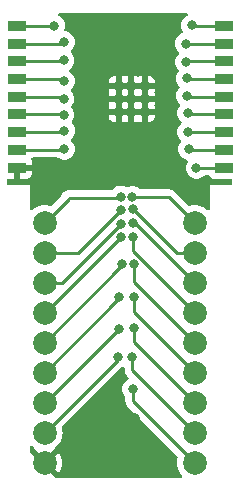
<source format=gtl>
%TF.GenerationSoftware,KiCad,Pcbnew,7.0.6*%
%TF.CreationDate,2023-07-20T15:13:03+09:00*%
%TF.ProjectId,esp32c3_test,65737033-3263-4335-9f74-6573742e6b69,rev?*%
%TF.SameCoordinates,PX7f2c270PY70a3730*%
%TF.FileFunction,Copper,L1,Top*%
%TF.FilePolarity,Positive*%
%FSLAX46Y46*%
G04 Gerber Fmt 4.6, Leading zero omitted, Abs format (unit mm)*
G04 Created by KiCad (PCBNEW 7.0.6) date 2023-07-20 15:13:03*
%MOMM*%
%LPD*%
G01*
G04 APERTURE LIST*
%TA.AperFunction,ComponentPad*%
%ADD10C,2.000000*%
%TD*%
%TA.AperFunction,SMDPad,CuDef*%
%ADD11R,0.700000X0.700000*%
%TD*%
%TA.AperFunction,SMDPad,CuDef*%
%ADD12R,1.500000X0.900000*%
%TD*%
%TA.AperFunction,ViaPad*%
%ADD13C,0.800000*%
%TD*%
%TA.AperFunction,Conductor*%
%ADD14C,0.250000*%
%TD*%
G04 APERTURE END LIST*
D10*
%TO.P,J2,1,Pin_1*%
%TO.N,+3.3V*%
X5080000Y22860000D03*
%TO.P,J2,2,Pin_2*%
%TO.N,Net-(J2-Pin_2)*%
X5080000Y20320000D03*
%TO.P,J2,3,Pin_3*%
%TO.N,Net-(J2-Pin_3)*%
X5080000Y17780000D03*
%TO.P,J2,4,Pin_4*%
%TO.N,Net-(J2-Pin_4)*%
X5080000Y15240000D03*
%TO.P,J2,5,Pin_5*%
%TO.N,Net-(J2-Pin_5)*%
X5080000Y12700000D03*
%TO.P,J2,6,Pin_6*%
%TO.N,Net-(J2-Pin_6)*%
X5080000Y10160000D03*
%TO.P,J2,7,Pin_7*%
%TO.N,Net-(J2-Pin_7)*%
X5080000Y7620000D03*
%TO.P,J2,8,Pin_8*%
%TO.N,Net-(J2-Pin_8)*%
X5080000Y5080000D03*
%TO.P,J2,9,Pin_9*%
%TO.N,GND*%
X5080000Y2540000D03*
%TD*%
%TO.P,J1,1,Pin_1*%
%TO.N,Net-(J1-Pin_1)*%
X17780000Y22860000D03*
%TO.P,J1,2,Pin_2*%
%TO.N,Net-(J1-Pin_2)*%
X17780000Y20320000D03*
%TO.P,J1,3,Pin_3*%
%TO.N,Net-(J1-Pin_3)*%
X17780000Y17780000D03*
%TO.P,J1,4,Pin_4*%
%TO.N,Net-(J1-Pin_4)*%
X17780000Y15240000D03*
%TO.P,J1,5,Pin_5*%
%TO.N,Net-(J1-Pin_5)*%
X17780000Y12700000D03*
%TO.P,J1,6,Pin_6*%
%TO.N,Net-(J1-Pin_6)*%
X17780000Y10160000D03*
%TO.P,J1,7,Pin_7*%
%TO.N,Net-(J1-Pin_7)*%
X17780000Y7620000D03*
%TO.P,J1,8,Pin_8*%
%TO.N,Net-(J1-Pin_8)*%
X17780000Y5080000D03*
%TO.P,J1,9,Pin_9*%
%TO.N,Net-(J1-Pin_9)*%
X17780000Y2540000D03*
%TD*%
D11*
%TO.P,U1,19,GND*%
%TO.N,GND*%
X13555000Y32235000D03*
X13555000Y33335000D03*
X13555000Y34435000D03*
X12405000Y32235000D03*
X12405000Y33335000D03*
X12405000Y34435000D03*
X11355000Y32235000D03*
X11355000Y33335000D03*
X11355000Y34435000D03*
D12*
%TO.P,U1,18,GPIO0/ADC1_CH0/XTAL_32K_P*%
%TO.N,Net-(J1-Pin_1)*%
X20245000Y39535000D03*
%TO.P,U1,17,GPIO1/ADC1_CH1/XTAL_32K_N*%
%TO.N,Net-(J1-Pin_2)*%
X20245000Y38035000D03*
%TO.P,U1,16,GPIO2/ADC1_CH2*%
%TO.N,Net-(J1-Pin_3)*%
X20245000Y36535000D03*
%TO.P,U1,15,GPIO3/ADC1_CH3*%
%TO.N,Net-(J1-Pin_4)*%
X20245000Y35035000D03*
%TO.P,U1,14,GPIO19/USB_D+*%
%TO.N,Net-(J1-Pin_5)*%
X20245000Y33535000D03*
%TO.P,U1,13,GPIO18/USB_D-*%
%TO.N,Net-(J1-Pin_6)*%
X20245000Y32035000D03*
%TO.P,U1,12,GPIO21/U0TXD*%
%TO.N,Net-(J1-Pin_7)*%
X20245000Y30535000D03*
%TO.P,U1,11,GPIO20/U0RXD*%
%TO.N,Net-(J1-Pin_8)*%
X20245000Y29035000D03*
%TO.P,U1,10,GPIO10*%
%TO.N,Net-(J1-Pin_9)*%
X20245000Y27535000D03*
%TO.P,U1,9,GND*%
%TO.N,GND*%
X2745000Y27535000D03*
%TO.P,U1,8,GPIO9*%
%TO.N,Net-(J2-Pin_8)*%
X2745000Y29035000D03*
%TO.P,U1,7,GPIO8*%
%TO.N,Net-(J2-Pin_7)*%
X2745000Y30535000D03*
%TO.P,U1,6,GPIO7*%
%TO.N,Net-(J2-Pin_6)*%
X2745000Y32035000D03*
%TO.P,U1,5,GPIO6*%
%TO.N,Net-(J2-Pin_5)*%
X2745000Y33535000D03*
%TO.P,U1,4,GPIO5/ADC2_CH0*%
%TO.N,Net-(J2-Pin_4)*%
X2745000Y35035000D03*
%TO.P,U1,3,GPIO4/ADC1_CH4*%
%TO.N,Net-(J2-Pin_3)*%
X2745000Y36535000D03*
%TO.P,U1,2,EN/CHIP_PU*%
%TO.N,Net-(J2-Pin_2)*%
X2745000Y38035000D03*
%TO.P,U1,1,3V3*%
%TO.N,+3.3V*%
X2745000Y39535000D03*
%TD*%
D13*
%TO.N,GND*%
X10795000Y4445000D03*
X10795000Y5715000D03*
X12065000Y5715000D03*
X12065000Y4445000D03*
X12700000Y3810000D03*
X11430000Y3810000D03*
X10160000Y3810000D03*
X10160000Y5080000D03*
X11430000Y5080000D03*
X12700000Y5080000D03*
X12700000Y6350000D03*
X11430000Y6350000D03*
X10160000Y6350000D03*
X5715000Y26670000D03*
X6350000Y27305000D03*
X6350000Y26035000D03*
X5080000Y26035000D03*
X5080000Y27305000D03*
%TO.N,Net-(J2-Pin_8)*%
X11280000Y11485000D03*
X6730000Y29110000D03*
%TO.N,Net-(J2-Pin_7)*%
X11380000Y13910000D03*
X6730000Y30660000D03*
%TO.N,Net-(J2-Pin_6)*%
X11405000Y16610000D03*
X6680000Y32010000D03*
%TO.N,Net-(J2-Pin_5)*%
X11634366Y19410998D03*
X6680000Y33360000D03*
%TO.N,Net-(J2-Pin_4)*%
X11555000Y21660000D03*
X6730000Y34860000D03*
%TO.N,Net-(J2-Pin_3)*%
X11505000Y22760000D03*
X6680000Y36610000D03*
%TO.N,Net-(J2-Pin_2)*%
X6730000Y38160000D03*
X11505000Y23960000D03*
%TO.N,+3.3V*%
X11505000Y25085000D03*
X5905000Y39560000D03*
%TO.N,Net-(J1-Pin_9)*%
X12555000Y8785000D03*
X17930000Y27510000D03*
%TO.N,Net-(J1-Pin_8)*%
X12480000Y11535000D03*
X17280000Y29110000D03*
%TO.N,Net-(J1-Pin_7)*%
X12630000Y13935000D03*
X17205000Y30560000D03*
%TO.N,Net-(J1-Pin_6)*%
X12630000Y16560000D03*
X17205000Y32160000D03*
%TO.N,Net-(J1-Pin_5)*%
X12632701Y19362701D03*
X17130000Y33610000D03*
%TO.N,Net-(J1-Pin_4)*%
X12580000Y21635000D03*
X17105000Y35085000D03*
%TO.N,Net-(J1-Pin_3)*%
X12555000Y22860000D03*
X17030000Y36485000D03*
%TO.N,Net-(J1-Pin_2)*%
X12556189Y24061809D03*
X17017299Y38022701D03*
%TO.N,Net-(J1-Pin_1)*%
X17555000Y39585000D03*
X12505000Y25060000D03*
%TD*%
D14*
%TO.N,+3.3V*%
X11505000Y25085000D02*
X11405000Y24985000D01*
X11405000Y24985000D02*
X7105000Y24985000D01*
X7105000Y24985000D02*
X7105000Y24885000D01*
X7105000Y24885000D02*
X5080000Y22860000D01*
%TO.N,Net-(J2-Pin_8)*%
X11280000Y11280000D02*
X5080000Y5080000D01*
X11280000Y11485000D02*
X11280000Y11280000D01*
X6655000Y29035000D02*
X6730000Y29110000D01*
X2745000Y29035000D02*
X6655000Y29035000D01*
%TO.N,Net-(J2-Pin_7)*%
X11370000Y13910000D02*
X5080000Y7620000D01*
X11380000Y13910000D02*
X11370000Y13910000D01*
X6605000Y30535000D02*
X6730000Y30660000D01*
X2745000Y30535000D02*
X6605000Y30535000D01*
%TO.N,Net-(J2-Pin_6)*%
X11405000Y16485000D02*
X5080000Y10160000D01*
X11405000Y16610000D02*
X11405000Y16485000D01*
X6655000Y32035000D02*
X6680000Y32010000D01*
X2745000Y32035000D02*
X6655000Y32035000D01*
%TO.N,Net-(J2-Pin_5)*%
X11634366Y19254366D02*
X5080000Y12700000D01*
X11634366Y19410998D02*
X11634366Y19254366D01*
X6505000Y33535000D02*
X6680000Y33360000D01*
X2745000Y33535000D02*
X6505000Y33535000D01*
%TO.N,Net-(J2-Pin_4)*%
X11500000Y21660000D02*
X5080000Y15240000D01*
X11555000Y21660000D02*
X11500000Y21660000D01*
X6555000Y35035000D02*
X6730000Y34860000D01*
X2745000Y35035000D02*
X6555000Y35035000D01*
%TO.N,Net-(J2-Pin_3)*%
X6525000Y17780000D02*
X5080000Y17780000D01*
X11505000Y22760000D02*
X6525000Y17780000D01*
X6605000Y36535000D02*
X6680000Y36610000D01*
X2745000Y36535000D02*
X6605000Y36535000D01*
%TO.N,Net-(J2-Pin_2)*%
X7865000Y20320000D02*
X5080000Y20320000D01*
X11505000Y23960000D02*
X7865000Y20320000D01*
X6605000Y38035000D02*
X6730000Y38160000D01*
X2745000Y38035000D02*
X6605000Y38035000D01*
%TO.N,+3.3V*%
X5880000Y39535000D02*
X5905000Y39560000D01*
X2745000Y39535000D02*
X5880000Y39535000D01*
%TO.N,Net-(J1-Pin_9)*%
X12555000Y7765000D02*
X17780000Y2540000D01*
X12555000Y8785000D02*
X12555000Y7765000D01*
X17955000Y27535000D02*
X17930000Y27510000D01*
X20245000Y27535000D02*
X17955000Y27535000D01*
%TO.N,Net-(J1-Pin_8)*%
X12480000Y10380000D02*
X17780000Y5080000D01*
X12480000Y11535000D02*
X12480000Y10380000D01*
X17355000Y29035000D02*
X17280000Y29110000D01*
X20245000Y29035000D02*
X17355000Y29035000D01*
%TO.N,Net-(J1-Pin_7)*%
X12630000Y12770000D02*
X17780000Y7620000D01*
X17230000Y30535000D02*
X17205000Y30560000D01*
X20245000Y30535000D02*
X17230000Y30535000D01*
X12630000Y13935000D02*
X12630000Y12770000D01*
%TO.N,Net-(J1-Pin_6)*%
X12630000Y15310000D02*
X17780000Y10160000D01*
X12630000Y16560000D02*
X12630000Y15310000D01*
X17330000Y32035000D02*
X17205000Y32160000D01*
X20245000Y32035000D02*
X17330000Y32035000D01*
%TO.N,Net-(J1-Pin_5)*%
X12632701Y17847299D02*
X17780000Y12700000D01*
X12632701Y19362701D02*
X12632701Y17847299D01*
X17205000Y33535000D02*
X17130000Y33610000D01*
X20245000Y33535000D02*
X17205000Y33535000D01*
%TO.N,Net-(J1-Pin_4)*%
X12580000Y20440000D02*
X17780000Y15240000D01*
X12580000Y21635000D02*
X12580000Y20440000D01*
X17155000Y35035000D02*
X17105000Y35085000D01*
X20245000Y35035000D02*
X17155000Y35035000D01*
%TO.N,Net-(J1-Pin_3)*%
X12555000Y22860000D02*
X12700000Y22860000D01*
X12700000Y22860000D02*
X17780000Y17780000D01*
X17080000Y36535000D02*
X17030000Y36485000D01*
X20245000Y36535000D02*
X17080000Y36535000D01*
%TO.N,Net-(J1-Pin_2)*%
X16297998Y20320000D02*
X17780000Y20320000D01*
X12556189Y24061809D02*
X16297998Y20320000D01*
X17029598Y38035000D02*
X17017299Y38022701D01*
X20245000Y38035000D02*
X17029598Y38035000D01*
%TO.N,Net-(J1-Pin_1)*%
X12505000Y25060000D02*
X15580000Y25060000D01*
X17605000Y39535000D02*
X17555000Y39585000D01*
X15580000Y25060000D02*
X17780000Y22860000D01*
X20245000Y39535000D02*
X17605000Y39535000D01*
%TD*%
%TA.AperFunction,Conductor*%
%TO.N,GND*%
G36*
X11804591Y10644739D02*
G01*
X11841804Y10585604D01*
X11846500Y10551803D01*
X11846500Y10463634D01*
X11844761Y10447887D01*
X11845032Y10447861D01*
X11844298Y10440095D01*
X11846500Y10370043D01*
X11846500Y10340141D01*
X11847384Y10333144D01*
X11847842Y10327321D01*
X11849326Y10280111D01*
X11849327Y10280109D01*
X11855022Y10260505D01*
X11858967Y10241458D01*
X11861526Y10221203D01*
X11861527Y10221200D01*
X11861528Y10221197D01*
X11878914Y10177284D01*
X11880806Y10171756D01*
X11893981Y10126408D01*
X11904372Y10108838D01*
X11912932Y10091365D01*
X11920447Y10072383D01*
X11948209Y10034173D01*
X11951416Y10029290D01*
X11975458Y9988638D01*
X11975462Y9988634D01*
X11989889Y9974207D01*
X12002526Y9959412D01*
X12014528Y9942893D01*
X12050931Y9912778D01*
X12055231Y9908865D01*
X12171143Y9792953D01*
X12171144Y9792952D01*
X12204629Y9731629D01*
X12199645Y9661937D01*
X12157773Y9606004D01*
X12133901Y9591993D01*
X12098250Y9576120D01*
X12098248Y9576119D01*
X11943745Y9463865D01*
X11815959Y9321943D01*
X11720473Y9156557D01*
X11720470Y9156550D01*
X11666972Y8991898D01*
X11661458Y8974928D01*
X11641496Y8785000D01*
X11661458Y8595072D01*
X11661459Y8595069D01*
X11720470Y8413451D01*
X11720473Y8413444D01*
X11815960Y8248056D01*
X11889649Y8166216D01*
X11919880Y8103225D01*
X11921500Y8083244D01*
X11921500Y7848634D01*
X11919761Y7832887D01*
X11920032Y7832861D01*
X11919298Y7825095D01*
X11921500Y7755043D01*
X11921500Y7725141D01*
X11922384Y7718144D01*
X11922842Y7712321D01*
X11924326Y7665111D01*
X11924327Y7665109D01*
X11930022Y7645505D01*
X11933967Y7626458D01*
X11936526Y7606203D01*
X11936527Y7606200D01*
X11936528Y7606197D01*
X11953914Y7562284D01*
X11955806Y7556756D01*
X11968981Y7511408D01*
X11979372Y7493838D01*
X11987932Y7476365D01*
X11995447Y7457383D01*
X12023209Y7419173D01*
X12026416Y7414290D01*
X12050458Y7373638D01*
X12050462Y7373634D01*
X12064889Y7359207D01*
X12077526Y7344412D01*
X12089528Y7327893D01*
X12125931Y7297778D01*
X12130231Y7293865D01*
X15389336Y4034759D01*
X16306428Y3117667D01*
X16339913Y3056344D01*
X16339321Y3001039D01*
X16285465Y2776715D01*
X16266835Y2540000D01*
X16285465Y2303286D01*
X16340895Y2072405D01*
X16340895Y2072403D01*
X16431757Y1853041D01*
X16431759Y1853038D01*
X16555820Y1650590D01*
X16555821Y1650587D01*
X16706187Y1474532D01*
X16734758Y1410770D01*
X16724321Y1341685D01*
X16678190Y1289209D01*
X16611897Y1270000D01*
X6047809Y1270000D01*
X5980770Y1289685D01*
X5960128Y1306319D01*
X5212533Y2053914D01*
X5222315Y2055320D01*
X5353100Y2115048D01*
X5461761Y2209202D01*
X5539493Y2330156D01*
X5563076Y2410476D01*
X6303434Y1670118D01*
X6403731Y1823631D01*
X6503587Y2051283D01*
X6564612Y2292262D01*
X6564614Y2292271D01*
X6585141Y2539995D01*
X6585141Y2540006D01*
X6564614Y2787730D01*
X6564612Y2787739D01*
X6503587Y3028718D01*
X6403731Y3256370D01*
X6303434Y3409884D01*
X5563076Y2669525D01*
X5539493Y2749844D01*
X5461761Y2870798D01*
X5353100Y2964952D01*
X5222315Y3024680D01*
X5212534Y3026087D01*
X5950056Y3763610D01*
X5949430Y3773702D01*
X5964922Y3841832D01*
X5992658Y3875675D01*
X6149969Y4010031D01*
X6304176Y4190584D01*
X6428240Y4393037D01*
X6519105Y4612406D01*
X6574535Y4843289D01*
X6593165Y5080000D01*
X6574535Y5316711D01*
X6520678Y5541042D01*
X6524169Y5610823D01*
X6553569Y5657667D01*
X11472594Y10576691D01*
X11533915Y10610174D01*
X11534493Y10610298D01*
X11540230Y10611518D01*
X11562288Y10616206D01*
X11672066Y10665083D01*
X11741314Y10674367D01*
X11804591Y10644739D01*
G37*
%TD.AperFunction*%
%TA.AperFunction,Conductor*%
G36*
X4014528Y4006190D02*
G01*
X4167340Y3875677D01*
X4205532Y3817171D01*
X4210569Y3773703D01*
X4209942Y3763610D01*
X4947466Y3026087D01*
X4937685Y3024680D01*
X4806900Y2964952D01*
X4698239Y2870798D01*
X4620507Y2749844D01*
X4596923Y2669525D01*
X3846319Y3420129D01*
X3812834Y3481452D01*
X3810000Y3507810D01*
X3810000Y3911898D01*
X3829685Y3978937D01*
X3882489Y4024692D01*
X3951647Y4034636D01*
X4014528Y4006190D01*
G37*
%TD.AperFunction*%
%TA.AperFunction,Conductor*%
G36*
X17163372Y40615315D02*
G01*
X17209127Y40562511D01*
X17219071Y40493353D01*
X17190046Y40429797D01*
X17146769Y40397721D01*
X17098248Y40376119D01*
X16943745Y40263865D01*
X16815959Y40121943D01*
X16720473Y39956557D01*
X16720470Y39956550D01*
X16661459Y39774932D01*
X16661458Y39774928D01*
X16641496Y39585000D01*
X16661458Y39395072D01*
X16661459Y39395069D01*
X16720470Y39213451D01*
X16720475Y39213439D01*
X16802721Y39070984D01*
X16819194Y39003084D01*
X16796341Y38937057D01*
X16741420Y38893867D01*
X16735631Y38891772D01*
X16560543Y38813817D01*
X16406044Y38701566D01*
X16278258Y38559644D01*
X16182772Y38394258D01*
X16182769Y38394251D01*
X16123758Y38212633D01*
X16123757Y38212629D01*
X16103795Y38022701D01*
X16123757Y37832773D01*
X16123758Y37832770D01*
X16182769Y37651152D01*
X16182772Y37651145D01*
X16278259Y37485757D01*
X16332105Y37425955D01*
X16406044Y37343836D01*
X16410400Y37339914D01*
X16447049Y37280428D01*
X16445720Y37210571D01*
X16419579Y37164791D01*
X16290959Y37021943D01*
X16195473Y36856557D01*
X16195470Y36856550D01*
X16136459Y36674932D01*
X16136458Y36674928D01*
X16116496Y36485000D01*
X16136458Y36295072D01*
X16136459Y36295069D01*
X16195470Y36113451D01*
X16195473Y36113444D01*
X16290960Y35948056D01*
X16376115Y35853482D01*
X16400567Y35826325D01*
X16430797Y35763334D01*
X16422172Y35693998D01*
X16400568Y35660382D01*
X16365963Y35621950D01*
X16365958Y35621943D01*
X16270473Y35456557D01*
X16270470Y35456550D01*
X16212650Y35278597D01*
X16211458Y35274928D01*
X16191496Y35085000D01*
X16211458Y34895072D01*
X16211459Y34895069D01*
X16270470Y34713451D01*
X16270473Y34713444D01*
X16365959Y34548057D01*
X16484332Y34416589D01*
X16514562Y34353597D01*
X16505936Y34284262D01*
X16484332Y34250645D01*
X16390959Y34146943D01*
X16295473Y33981557D01*
X16295470Y33981550D01*
X16236459Y33799932D01*
X16236458Y33799928D01*
X16216496Y33610000D01*
X16236458Y33420072D01*
X16236459Y33420069D01*
X16295470Y33238451D01*
X16295473Y33238444D01*
X16390960Y33073056D01*
X16451784Y33005504D01*
X16523077Y32926324D01*
X16553307Y32863332D01*
X16544681Y32793997D01*
X16523078Y32760381D01*
X16465958Y32696943D01*
X16370473Y32531557D01*
X16370470Y32531550D01*
X16311459Y32349932D01*
X16311458Y32349928D01*
X16291496Y32160000D01*
X16311458Y31970072D01*
X16311459Y31970069D01*
X16370470Y31788451D01*
X16370473Y31788444D01*
X16465960Y31623056D01*
X16593747Y31481134D01*
X16622398Y31460318D01*
X16665063Y31404987D01*
X16671042Y31335374D01*
X16638436Y31273579D01*
X16622398Y31259682D01*
X16593745Y31238865D01*
X16465959Y31096943D01*
X16370473Y30931557D01*
X16370470Y30931550D01*
X16343950Y30849928D01*
X16311458Y30749928D01*
X16291496Y30560000D01*
X16311458Y30370072D01*
X16311459Y30370069D01*
X16370470Y30188451D01*
X16370473Y30188444D01*
X16465960Y30023056D01*
X16526784Y29955504D01*
X16598077Y29876324D01*
X16628307Y29813332D01*
X16619681Y29743997D01*
X16598078Y29710381D01*
X16540958Y29646943D01*
X16445473Y29481557D01*
X16445470Y29481550D01*
X16386459Y29299932D01*
X16386458Y29299928D01*
X16366496Y29110000D01*
X16386458Y28920072D01*
X16386459Y28920069D01*
X16445470Y28738451D01*
X16445473Y28738444D01*
X16540960Y28573056D01*
X16668747Y28431134D01*
X16823248Y28318882D01*
X16997712Y28241206D01*
X16997714Y28241206D01*
X16997715Y28241205D01*
X17040072Y28232202D01*
X17102792Y28218871D01*
X17164273Y28185679D01*
X17198050Y28124516D01*
X17193398Y28054802D01*
X17184399Y28035582D01*
X17095472Y27881554D01*
X17095470Y27881550D01*
X17036459Y27699932D01*
X17036458Y27699928D01*
X17016496Y27510000D01*
X17036458Y27320072D01*
X17036459Y27320069D01*
X17095470Y27138451D01*
X17095473Y27138444D01*
X17190960Y26973056D01*
X17259332Y26897121D01*
X17308146Y26842907D01*
X17318747Y26831134D01*
X17473248Y26718882D01*
X17647712Y26641206D01*
X17834513Y26601500D01*
X18025487Y26601500D01*
X18212288Y26641206D01*
X18386752Y26718882D01*
X18541253Y26831134D01*
X18541258Y26831139D01*
X18567670Y26860472D01*
X18627157Y26897121D01*
X18659820Y26901500D01*
X18936299Y26901500D01*
X19003338Y26881815D01*
X19037608Y26845008D01*
X19038796Y26845896D01*
X19044110Y26838797D01*
X19044111Y26838796D01*
X19131739Y26721739D01*
X19248796Y26634111D01*
X19336229Y26601500D01*
X19380463Y26585001D01*
X19385799Y26583011D01*
X19413050Y26580082D01*
X19446345Y26576501D01*
X19446362Y26576500D01*
X20831000Y26576500D01*
X20898039Y26556815D01*
X20943794Y26504011D01*
X20955000Y26452500D01*
X20955000Y26159000D01*
X20935315Y26091961D01*
X20882511Y26046206D01*
X20831000Y26035000D01*
X19050000Y26035000D01*
X19050000Y24028103D01*
X19030315Y23961064D01*
X18977511Y23915309D01*
X18908353Y23905365D01*
X18845468Y23933813D01*
X18669413Y24084179D01*
X18669410Y24084180D01*
X18466962Y24208241D01*
X18466959Y24208243D01*
X18247596Y24299105D01*
X18016714Y24354535D01*
X17839177Y24368508D01*
X17780000Y24373165D01*
X17779999Y24373165D01*
X17543285Y24354535D01*
X17318960Y24300679D01*
X17249177Y24304170D01*
X17202332Y24333572D01*
X16087088Y25448817D01*
X16077184Y25461181D01*
X16076974Y25461006D01*
X16072001Y25467017D01*
X16061370Y25477000D01*
X16020920Y25514984D01*
X16010346Y25525559D01*
X15999773Y25536133D01*
X15999770Y25536135D01*
X15994188Y25540466D01*
X15989751Y25544256D01*
X15955322Y25576586D01*
X15955319Y25576588D01*
X15937431Y25586422D01*
X15921170Y25597103D01*
X15905039Y25609616D01*
X15861693Y25628373D01*
X15856445Y25630944D01*
X15829251Y25645894D01*
X15815060Y25653695D01*
X15811660Y25654568D01*
X15795287Y25658772D01*
X15776881Y25665074D01*
X15758144Y25673182D01*
X15758146Y25673182D01*
X15711496Y25680570D01*
X15705781Y25681754D01*
X15685612Y25686932D01*
X15660032Y25693500D01*
X15660030Y25693500D01*
X15639616Y25693500D01*
X15620217Y25695027D01*
X15600058Y25698220D01*
X15600057Y25698220D01*
X15553034Y25693775D01*
X15547196Y25693500D01*
X13212309Y25693500D01*
X13145270Y25713185D01*
X13120160Y25734527D01*
X13116254Y25738865D01*
X13081844Y25763866D01*
X12961752Y25851118D01*
X12787288Y25928794D01*
X12787286Y25928795D01*
X12600487Y25968500D01*
X12409513Y25968500D01*
X12222714Y25928795D01*
X12081354Y25865858D01*
X12012104Y25856574D01*
X11968359Y25874570D01*
X11967378Y25872870D01*
X11961752Y25876119D01*
X11829480Y25935009D01*
X11787288Y25953794D01*
X11787286Y25953795D01*
X11600487Y25993500D01*
X11409513Y25993500D01*
X11222714Y25953795D01*
X11048246Y25876117D01*
X10893745Y25763865D01*
X10818747Y25680570D01*
X10801306Y25661199D01*
X10799801Y25659528D01*
X10740315Y25622879D01*
X10707651Y25618500D01*
X7176605Y25618500D01*
X7153374Y25620696D01*
X7145096Y25622275D01*
X7145092Y25622275D01*
X7136042Y25621706D01*
X7087019Y25618622D01*
X7083147Y25618500D01*
X7065144Y25618500D01*
X7061601Y25618053D01*
X7047280Y25616245D01*
X7043408Y25615879D01*
X6985351Y25612226D01*
X6985349Y25612225D01*
X6977329Y25609619D01*
X6954563Y25604531D01*
X6952776Y25604305D01*
X6946206Y25603475D01*
X6946203Y25603475D01*
X6946203Y25603474D01*
X6932694Y25598126D01*
X6892129Y25582066D01*
X6888467Y25580748D01*
X6833129Y25562766D01*
X6833119Y25562761D01*
X6826003Y25558245D01*
X6805221Y25547656D01*
X6797383Y25544552D01*
X6797380Y25544551D01*
X6797378Y25544549D01*
X6750330Y25510368D01*
X6747111Y25508180D01*
X6697986Y25477004D01*
X6697978Y25476997D01*
X6692207Y25470851D01*
X6674710Y25455425D01*
X6667893Y25450473D01*
X6667893Y25450472D01*
X6630811Y25405649D01*
X6628236Y25402728D01*
X6588416Y25360325D01*
X6588413Y25360321D01*
X6584355Y25352938D01*
X6571241Y25333642D01*
X6565866Y25327145D01*
X6541097Y25274509D01*
X6539330Y25271041D01*
X6511305Y25220061D01*
X6511302Y25220055D01*
X6509207Y25211893D01*
X6501304Y25189943D01*
X6499203Y25185478D01*
X6474685Y25150592D01*
X5657666Y24333573D01*
X5596343Y24300088D01*
X5541038Y24300680D01*
X5316714Y24354535D01*
X5080000Y24373165D01*
X4843285Y24354535D01*
X4612404Y24299105D01*
X4612402Y24299105D01*
X4393040Y24208243D01*
X4393037Y24208241D01*
X4190589Y24084180D01*
X4190586Y24084179D01*
X4014532Y23933813D01*
X3950770Y23905242D01*
X3881685Y23915679D01*
X3829209Y23961810D01*
X3810000Y24028103D01*
X3810000Y26035000D01*
X2029000Y26035000D01*
X1961961Y26054685D01*
X1916206Y26107489D01*
X1905000Y26159000D01*
X1905000Y26461000D01*
X1924685Y26528039D01*
X1977489Y26573794D01*
X2029000Y26585000D01*
X2495000Y26585000D01*
X2495000Y27285000D01*
X2995000Y27285000D01*
X2995000Y26585000D01*
X3542828Y26585000D01*
X3542844Y26585001D01*
X3602372Y26591402D01*
X3602379Y26591404D01*
X3737086Y26641646D01*
X3737093Y26641650D01*
X3852187Y26727810D01*
X3852190Y26727813D01*
X3938350Y26842907D01*
X3938354Y26842914D01*
X3988596Y26977621D01*
X3988598Y26977628D01*
X3994999Y27037156D01*
X3995000Y27037173D01*
X3995000Y27285000D01*
X2995000Y27285000D01*
X2495000Y27285000D01*
X2495000Y27661000D01*
X2514685Y27728039D01*
X2567489Y27773794D01*
X2619000Y27785000D01*
X3995000Y27785000D01*
X3995000Y28032828D01*
X3994999Y28032845D01*
X3988598Y28092373D01*
X3988597Y28092377D01*
X3936445Y28232202D01*
X3931461Y28301894D01*
X3943808Y28334987D01*
X3944881Y28336951D01*
X3994298Y28386346D01*
X4053700Y28401500D01*
X6119244Y28401500D01*
X6186283Y28381815D01*
X6192129Y28377818D01*
X6273243Y28318885D01*
X6273245Y28318884D01*
X6273248Y28318882D01*
X6447712Y28241206D01*
X6634513Y28201500D01*
X6825487Y28201500D01*
X7012288Y28241206D01*
X7186752Y28318882D01*
X7341253Y28431134D01*
X7469040Y28573056D01*
X7564527Y28738444D01*
X7623542Y28920072D01*
X7643504Y29110000D01*
X7623542Y29299928D01*
X7564527Y29481556D01*
X7469040Y29646944D01*
X7341253Y29788866D01*
X7341252Y29788867D01*
X7336835Y29792844D01*
X7300182Y29852328D01*
X7301507Y29922185D01*
X7336835Y29977156D01*
X7341246Y29981130D01*
X7341253Y29981134D01*
X7469040Y30123056D01*
X7564527Y30288444D01*
X7623542Y30470072D01*
X7643504Y30660000D01*
X7623542Y30849928D01*
X7564527Y31031556D01*
X7469040Y31196944D01*
X7394442Y31279794D01*
X7364212Y31342786D01*
X7372838Y31412121D01*
X7394443Y31445739D01*
X7419040Y31473056D01*
X7514527Y31638444D01*
X7573542Y31820072D01*
X7590876Y31985000D01*
X10505000Y31985000D01*
X10505000Y31837156D01*
X10511401Y31777628D01*
X10511403Y31777621D01*
X10561645Y31642914D01*
X10561649Y31642907D01*
X10647809Y31527813D01*
X10647812Y31527810D01*
X10762906Y31441650D01*
X10762913Y31441646D01*
X10897620Y31391404D01*
X10897627Y31391402D01*
X10957155Y31385001D01*
X10957172Y31385000D01*
X11105000Y31385000D01*
X11105000Y31985000D01*
X11605000Y31985000D01*
X11605000Y31385000D01*
X11752828Y31385000D01*
X11752844Y31385001D01*
X11812372Y31391402D01*
X11812375Y31391403D01*
X11836665Y31400462D01*
X11906356Y31405448D01*
X11923335Y31400462D01*
X11947624Y31391403D01*
X11947627Y31391402D01*
X12007155Y31385001D01*
X12007172Y31385000D01*
X12155000Y31385000D01*
X12155000Y31985000D01*
X12655000Y31985000D01*
X12655000Y31385000D01*
X12802828Y31385000D01*
X12802844Y31385001D01*
X12862371Y31391402D01*
X12936666Y31419112D01*
X13006358Y31424096D01*
X13023334Y31419112D01*
X13097628Y31391402D01*
X13097627Y31391402D01*
X13157155Y31385001D01*
X13157172Y31385000D01*
X13305000Y31385000D01*
X13305000Y31985000D01*
X13805000Y31985000D01*
X13805000Y31385000D01*
X13952828Y31385000D01*
X13952844Y31385001D01*
X14012372Y31391402D01*
X14012379Y31391404D01*
X14147086Y31441646D01*
X14147093Y31441650D01*
X14262187Y31527810D01*
X14262190Y31527813D01*
X14348350Y31642907D01*
X14348354Y31642914D01*
X14398596Y31777621D01*
X14398598Y31777628D01*
X14404999Y31837156D01*
X14405000Y31837173D01*
X14405000Y31985000D01*
X13805000Y31985000D01*
X13305000Y31985000D01*
X12655000Y31985000D01*
X12155000Y31985000D01*
X11605000Y31985000D01*
X11105000Y31985000D01*
X10505000Y31985000D01*
X7590876Y31985000D01*
X7593504Y32010000D01*
X7573542Y32199928D01*
X7514527Y32381556D01*
X7419040Y32546944D01*
X7369441Y32602029D01*
X7339212Y32665018D01*
X7347836Y32734354D01*
X7369440Y32767971D01*
X7419040Y32823056D01*
X7514527Y32988444D01*
X7545900Y33085000D01*
X10505000Y33085000D01*
X10505000Y32937156D01*
X10511401Y32877628D01*
X10511403Y32877620D01*
X10529786Y32828333D01*
X10534770Y32758641D01*
X10529786Y32741667D01*
X10511403Y32692381D01*
X10511401Y32692373D01*
X10505000Y32632845D01*
X10505000Y32485000D01*
X11105000Y32485000D01*
X11105000Y33085000D01*
X11605000Y33085000D01*
X11605000Y32485000D01*
X12155000Y32485000D01*
X12155000Y33085000D01*
X12655000Y33085000D01*
X12655000Y32485000D01*
X13305000Y32485000D01*
X13305000Y33085000D01*
X13805000Y33085000D01*
X13805000Y32485000D01*
X14405000Y32485000D01*
X14405000Y32632828D01*
X14404999Y32632845D01*
X14398597Y32692378D01*
X14398597Y32692380D01*
X14380214Y32741666D01*
X14375229Y32811358D01*
X14380214Y32828337D01*
X14398598Y32877624D01*
X14404999Y32937156D01*
X14405000Y32937173D01*
X14405000Y33085000D01*
X13805000Y33085000D01*
X13305000Y33085000D01*
X12655000Y33085000D01*
X12155000Y33085000D01*
X11605000Y33085000D01*
X11105000Y33085000D01*
X10505000Y33085000D01*
X7545900Y33085000D01*
X7573542Y33170072D01*
X7593504Y33360000D01*
X7573542Y33549928D01*
X7514527Y33731556D01*
X7419040Y33896944D01*
X7325737Y34000568D01*
X7295507Y34063560D01*
X7304132Y34132895D01*
X7337969Y34175078D01*
X7336428Y34176789D01*
X7341253Y34181134D01*
X7344734Y34185000D01*
X10505000Y34185000D01*
X10505000Y34037156D01*
X10511401Y33977628D01*
X10511403Y33977621D01*
X10529786Y33928334D01*
X10534770Y33858643D01*
X10529787Y33841670D01*
X10511401Y33792375D01*
X10505000Y33732845D01*
X10505000Y33585000D01*
X11105000Y33585000D01*
X11105000Y34185000D01*
X11605000Y34185000D01*
X11605000Y33585000D01*
X12155000Y33585000D01*
X12155000Y34185000D01*
X12655000Y34185000D01*
X12655000Y33585000D01*
X13305000Y33585000D01*
X13305000Y34185000D01*
X13805000Y34185000D01*
X13805000Y33585000D01*
X14405000Y33585000D01*
X14405000Y33732828D01*
X14404999Y33732845D01*
X14398598Y33792373D01*
X14398597Y33792377D01*
X14380213Y33841667D01*
X14375229Y33911359D01*
X14380213Y33928335D01*
X14398598Y33977629D01*
X14404999Y34037156D01*
X14405000Y34037173D01*
X14405000Y34185000D01*
X13805000Y34185000D01*
X13305000Y34185000D01*
X12655000Y34185000D01*
X12155000Y34185000D01*
X11605000Y34185000D01*
X11105000Y34185000D01*
X10505000Y34185000D01*
X7344734Y34185000D01*
X7386336Y34231204D01*
X7469040Y34323056D01*
X7564527Y34488444D01*
X7623542Y34670072D01*
X7625111Y34685000D01*
X10505000Y34685000D01*
X11105000Y34685000D01*
X11105000Y35285000D01*
X11605000Y35285000D01*
X11605000Y34685000D01*
X12155000Y34685000D01*
X12155000Y35285000D01*
X12655000Y35285000D01*
X12655000Y34685000D01*
X13305000Y34685000D01*
X13305000Y35285000D01*
X13805000Y35285000D01*
X13805000Y34685000D01*
X14405000Y34685000D01*
X14405000Y34832828D01*
X14404999Y34832845D01*
X14398598Y34892373D01*
X14398596Y34892380D01*
X14348354Y35027087D01*
X14348350Y35027094D01*
X14262190Y35142188D01*
X14262187Y35142191D01*
X14147093Y35228351D01*
X14147086Y35228355D01*
X14012379Y35278597D01*
X14012372Y35278599D01*
X13952844Y35285000D01*
X13805000Y35285000D01*
X13305000Y35285000D01*
X13157155Y35285000D01*
X13097627Y35278599D01*
X13097617Y35278597D01*
X13023332Y35250890D01*
X12953641Y35245906D01*
X12936668Y35250890D01*
X12862382Y35278597D01*
X12862372Y35278599D01*
X12802844Y35285000D01*
X12655000Y35285000D01*
X12155000Y35285000D01*
X12007155Y35285000D01*
X11947627Y35278599D01*
X11947620Y35278597D01*
X11923331Y35269538D01*
X11853639Y35264555D01*
X11836669Y35269538D01*
X11812379Y35278597D01*
X11812372Y35278599D01*
X11752844Y35285000D01*
X11605000Y35285000D01*
X11105000Y35285000D01*
X10957155Y35285000D01*
X10897627Y35278599D01*
X10897620Y35278597D01*
X10762913Y35228355D01*
X10762906Y35228351D01*
X10647812Y35142191D01*
X10647809Y35142188D01*
X10561649Y35027094D01*
X10561645Y35027087D01*
X10511403Y34892380D01*
X10511401Y34892373D01*
X10505000Y34832845D01*
X10505000Y34685000D01*
X7625111Y34685000D01*
X7643504Y34860000D01*
X7623542Y35049928D01*
X7564527Y35231556D01*
X7469040Y35396944D01*
X7341253Y35538866D01*
X7186752Y35651118D01*
X7186750Y35651119D01*
X7184373Y35652846D01*
X7141708Y35708176D01*
X7135729Y35777789D01*
X7168335Y35839584D01*
X7184370Y35853480D01*
X7291253Y35931134D01*
X7419040Y36073056D01*
X7514527Y36238444D01*
X7573542Y36420072D01*
X7593504Y36610000D01*
X7573542Y36799928D01*
X7514527Y36981556D01*
X7419040Y37146944D01*
X7298520Y37280795D01*
X7268291Y37343785D01*
X7276916Y37413121D01*
X7317783Y37464083D01*
X7341253Y37481134D01*
X7469040Y37623056D01*
X7564527Y37788444D01*
X7623542Y37970072D01*
X7643504Y38160000D01*
X7623542Y38349928D01*
X7564527Y38531556D01*
X7469040Y38696944D01*
X7341253Y38838866D01*
X7186752Y38951118D01*
X7012288Y39028794D01*
X7012286Y39028795D01*
X6843332Y39064707D01*
X6781850Y39097899D01*
X6748074Y39159063D01*
X6751181Y39224314D01*
X6798542Y39370072D01*
X6818504Y39560000D01*
X6798542Y39749928D01*
X6739527Y39931556D01*
X6644040Y40096944D01*
X6516253Y40238866D01*
X6361752Y40351118D01*
X6257080Y40397721D01*
X6203843Y40442971D01*
X6183522Y40509820D01*
X6202567Y40577043D01*
X6254933Y40623299D01*
X6307516Y40635000D01*
X17096333Y40635000D01*
X17163372Y40615315D01*
G37*
%TD.AperFunction*%
%TD*%
M02*

</source>
